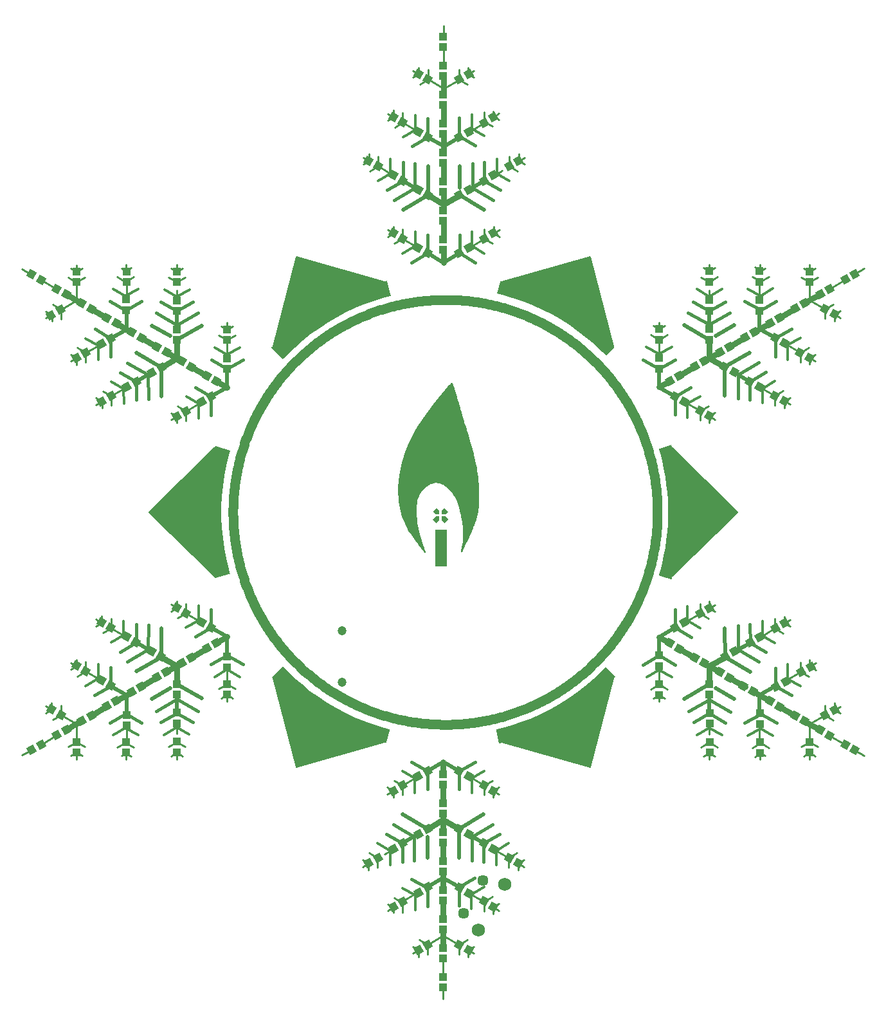
<source format=gts>
G04*
G04 #@! TF.GenerationSoftware,Altium Limited,Altium Designer,18.1.9 (240)*
G04*
G04 Layer_Color=8388736*
%FSLAX25Y25*%
%MOIN*%
G70*
G01*
G75*
%ADD10C,0.01000*%
%ADD16C,0.05000*%
%ADD17C,0.01500*%
%ADD18C,0.01750*%
%ADD19C,0.02000*%
%ADD20C,0.01250*%
%ADD21C,0.03000*%
G04:AMPARAMS|DCode=22|XSize=41.47mil|YSize=39.5mil|CornerRadius=0mil|HoleSize=0mil|Usage=FLASHONLY|Rotation=240.000|XOffset=0mil|YOffset=0mil|HoleType=Round|Shape=Rectangle|*
%AMROTATEDRECTD22*
4,1,4,-0.00674,0.02783,0.02747,0.00808,0.00674,-0.02783,-0.02747,-0.00808,-0.00674,0.02783,0.0*
%
%ADD22ROTATEDRECTD22*%

G04:AMPARAMS|DCode=23|XSize=41.47mil|YSize=39.5mil|CornerRadius=0mil|HoleSize=0mil|Usage=FLASHONLY|Rotation=300.000|XOffset=0mil|YOffset=0mil|HoleType=Round|Shape=Rectangle|*
%AMROTATEDRECTD23*
4,1,4,-0.02747,0.00808,0.00674,0.02783,0.02747,-0.00808,-0.00674,-0.02783,-0.02747,0.00808,0.0*
%
%ADD23ROTATEDRECTD23*%

%ADD24R,0.04147X0.03950*%
%ADD25C,0.01194*%
%ADD26C,0.04737*%
%ADD27C,0.05721*%
%ADD28C,0.06902*%
%ADD29C,0.06800*%
G36*
X339081Y394637D02*
X350850Y348520D01*
X350876Y348467D01*
X350887Y348409D01*
X350943Y348327D01*
X350986Y348237D01*
X351007Y348218D01*
X351062Y348149D01*
X351102Y347778D01*
X351087Y347668D01*
X351049Y347565D01*
X351046Y347559D01*
X346936Y343566D01*
X345001Y345511D01*
X340995Y349262D01*
X336817Y352821D01*
X332476Y356178D01*
X327981Y359327D01*
X323343Y362260D01*
X318572Y364971D01*
X313678Y367454D01*
X308672Y369704D01*
X303566Y371715D01*
X298371Y373483D01*
X293098Y375004D01*
X290436Y375671D01*
X291877Y381723D01*
X291883Y381732D01*
X291943Y381807D01*
X292031Y381877D01*
X292367Y382033D01*
X292461Y382021D01*
X292486Y382013D01*
X292585Y382021D01*
X292684Y382014D01*
X292740Y382033D01*
X292798Y382037D01*
X338623Y394900D01*
X339081Y394637D01*
D02*
G37*
G36*
X232136Y382037D02*
X232194Y382033D01*
X232250Y382014D01*
X232349Y382021D01*
X232448Y382013D01*
X232504Y382031D01*
X232562Y382035D01*
X232651Y382079D01*
X232746Y382110D01*
X232791Y382148D01*
X232843Y382174D01*
X232908Y382249D01*
X232919Y382258D01*
X232965Y382272D01*
X233006Y382278D01*
X233279Y382245D01*
X233408Y382214D01*
X233418Y382210D01*
X233465Y382185D01*
X235166Y375524D01*
X235278Y375071D01*
X235213Y374598D01*
X235153Y374522D01*
X235014Y374430D01*
X234933Y374410D01*
X232323Y373711D01*
X227156Y372131D01*
X222068Y370311D01*
X217071Y368256D01*
X212176Y365968D01*
X207393Y363455D01*
X202733Y360720D01*
X198206Y357771D01*
X193822Y354613D01*
X189590Y351253D01*
X185520Y347700D01*
X181621Y343959D01*
X180083Y342378D01*
X179737Y342022D01*
X179734Y342020D01*
X179429Y341908D01*
X179300Y341861D01*
X179286Y341861D01*
X179099Y341932D01*
X179026Y342001D01*
X173294Y347443D01*
X173295Y347486D01*
X173296Y347489D01*
X173344Y347655D01*
X173438Y347882D01*
X173465Y347917D01*
X173501Y347952D01*
X173514Y347957D01*
X173612Y347976D01*
X173661Y348008D01*
X173716Y348028D01*
X173790Y348094D01*
X173873Y348149D01*
X173905Y348198D01*
X173949Y348237D01*
X173992Y348327D01*
X174047Y348409D01*
X174059Y348467D01*
X174084Y348520D01*
X185854Y394636D01*
X186311Y394900D01*
X232136Y382037D01*
D02*
G37*
G36*
X265062Y262857D02*
X263670Y261466D01*
X261721D01*
Y263414D01*
X263113Y264806D01*
X265062Y262857D01*
D02*
G37*
G36*
X260463Y263414D02*
Y261466D01*
X258514D01*
X257122Y262857D01*
X259071Y264806D01*
X260463Y263414D01*
D02*
G37*
G36*
X265062Y258815D02*
X263113Y256867D01*
X261721Y258259D01*
Y260207D01*
X263670D01*
X265062Y258815D01*
D02*
G37*
G36*
X260463Y258259D02*
X259071Y256867D01*
X257122Y258815D01*
X258514Y260207D01*
X260463D01*
Y258259D01*
D02*
G37*
G36*
X267005Y329446D02*
X267152Y329351D01*
X267265Y329218D01*
X267406Y328902D01*
X267606Y328428D01*
X267799Y327950D01*
X267910Y327660D01*
X268070Y327226D01*
X268070Y327226D01*
X268227Y326791D01*
X268483Y326050D01*
X268743Y325261D01*
X268991Y324469D01*
X269110Y324071D01*
X269326Y323347D01*
X269754Y321900D01*
X270177Y320451D01*
X270597Y319001D01*
X270805Y318275D01*
X270805D01*
X270805Y318275D01*
X270939Y317806D01*
X271209Y316868D01*
X271481Y315931D01*
X271754Y314995D01*
X271891Y314526D01*
X271891D01*
X271891Y314526D01*
X272066Y313933D01*
X272415Y312747D01*
X272765Y311561D01*
X273116Y310375D01*
X273292Y309782D01*
X273474Y309168D01*
X273840Y307940D01*
X274207Y306712D01*
X274574Y305484D01*
X274758Y304871D01*
X274758D01*
X274921Y304331D01*
X275246Y303253D01*
X275572Y302175D01*
X275900Y301097D01*
X276064Y300558D01*
X276064Y300558D01*
X276064Y300558D01*
X276391Y299490D01*
X277020Y297348D01*
X277625Y295198D01*
X278207Y293042D01*
X278487Y291961D01*
X278487D01*
X278712Y291090D01*
X279126Y289339D01*
X279503Y287580D01*
X279845Y285814D01*
X279997Y284928D01*
X279997Y284928D01*
X279997Y284928D01*
X280137Y284114D01*
X280379Y282481D01*
X280583Y280843D01*
X280749Y279201D01*
X280813Y278378D01*
X280813Y278378D01*
X280813Y278378D01*
X280881Y277498D01*
X280984Y275736D01*
X281053Y273973D01*
X281089Y272209D01*
X281090Y271326D01*
X281090D01*
X281091Y270778D01*
X281085Y269682D01*
X281071Y268586D01*
X281049Y267490D01*
X281034Y266943D01*
X281034D01*
Y266943D01*
X281034D01*
X281034Y266941D01*
X281018Y266449D01*
X280988Y265863D01*
X280935Y265145D01*
X280876Y264547D01*
X280821Y264070D01*
X280759Y263596D01*
X280685Y263109D01*
X280570Y262472D01*
X280438Y261839D01*
X280267Y261128D01*
X280066Y260338D01*
X279854Y259551D01*
X279645Y258822D01*
X279512Y258377D01*
X279512D01*
X279512Y258377D01*
X279345Y257821D01*
X278980Y256718D01*
X278586Y255626D01*
X278162Y254543D01*
X277936Y254008D01*
X277742Y253548D01*
X277616Y253250D01*
X276961Y251739D01*
X276291Y250235D01*
X275606Y248738D01*
X275257Y247992D01*
X274892Y247216D01*
X274160Y245665D01*
X273422Y244115D01*
X272680Y242569D01*
X272515Y242227D01*
X272348Y241883D01*
X272027Y241796D01*
X271972Y241821D01*
X271634Y242115D01*
X271638Y242168D01*
X271657Y242351D01*
X271678Y242534D01*
X271689Y242626D01*
X271689D01*
X271703Y242738D01*
X271734Y242961D01*
X271769Y243183D01*
X271807Y243406D01*
X271851Y243643D01*
X271901Y243896D01*
X271954Y244148D01*
X272009Y244400D01*
X272038Y244526D01*
X272227Y245410D01*
X272519Y247194D01*
X272696Y248993D01*
X272757Y250800D01*
X272743Y251705D01*
X272700Y252759D01*
X272549Y254863D01*
X272313Y256960D01*
X271992Y259045D01*
X271799Y260082D01*
X271799Y260082D01*
X271593Y261079D01*
X271120Y263059D01*
X270566Y265017D01*
X269932Y266951D01*
X269585Y267908D01*
X269585Y267908D01*
X269585Y267908D01*
X269293Y268640D01*
X268614Y270061D01*
X267814Y271417D01*
X266898Y272698D01*
X266399Y273308D01*
X266057Y273695D01*
X265340Y274437D01*
X264578Y275134D01*
X263775Y275784D01*
X263360Y276090D01*
X263004Y276330D01*
X262258Y276751D01*
X261471Y277092D01*
X260653Y277348D01*
X260235Y277444D01*
X259842Y277511D01*
X259048Y277575D01*
X258251Y277545D01*
X257463Y277422D01*
X257076Y277326D01*
X256657Y277198D01*
X255836Y276888D01*
X255047Y276507D01*
X254294Y276058D01*
X253933Y275808D01*
X253467Y275452D01*
X252594Y274671D01*
X251806Y273804D01*
X251111Y272861D01*
X250800Y272364D01*
X250492Y271815D01*
X249946Y270681D01*
X249495Y269506D01*
X249144Y268298D01*
X249007Y267683D01*
X249007Y267683D01*
X249007Y267683D01*
X248870Y266946D01*
X248670Y265459D01*
X248569Y263962D01*
X248567Y262462D01*
X248603Y261713D01*
X248671Y260796D01*
X248856Y258965D01*
X249107Y257143D01*
X249424Y255331D01*
X249607Y254430D01*
X249677Y254103D01*
X249822Y253450D01*
X249972Y252798D01*
X250129Y252148D01*
X250209Y251823D01*
X250296Y251477D01*
X250474Y250786D01*
X250657Y250096D01*
X250816Y249513D01*
X250845Y249408D01*
X250940Y249064D01*
X250941Y249064D01*
X251030Y248749D01*
X251068Y248617D01*
X251212Y248119D01*
X251398Y247491D01*
X251589Y246864D01*
X251687Y246551D01*
X251687D01*
X251758Y246327D01*
X251907Y245881D01*
X252065Y245438D01*
X252231Y244999D01*
X252317Y244780D01*
X252317Y244780D01*
X252318Y244779D01*
X252501Y244315D01*
X252519Y244271D01*
X252649Y243930D01*
X252680Y243850D01*
X252841Y243417D01*
X252998Y242982D01*
X253000Y242975D01*
X253101Y242679D01*
X253103Y242674D01*
X253247Y242233D01*
X253247Y242233D01*
X253385Y241791D01*
X253400Y241742D01*
X252964Y241480D01*
X252713Y241768D01*
X252656Y241833D01*
X252337Y242201D01*
X252336D01*
X252020Y242570D01*
X251894Y242717D01*
X251604Y243065D01*
X251478Y243218D01*
X251175Y243590D01*
X251174Y243592D01*
X251174Y243592D01*
X250872Y243967D01*
X250667Y244224D01*
X250333Y244647D01*
X250000Y245073D01*
X249835Y245286D01*
X249835Y245286D01*
X249189Y246121D01*
X247932Y247818D01*
X246712Y249541D01*
X245527Y251289D01*
X244506Y252867D01*
X243672Y254288D01*
X242901Y255743D01*
X242194Y257231D01*
X241579Y258688D01*
X241058Y260112D01*
X240608Y261560D01*
X240230Y263029D01*
X239906Y264601D01*
X239624Y266273D01*
X239400Y267953D01*
X239237Y269639D01*
X239184Y270485D01*
X239184Y270485D01*
X239087Y272076D01*
X239084Y275264D01*
X239276Y278447D01*
X239660Y281611D01*
X240248Y284814D01*
X241022Y288046D01*
X241969Y291232D01*
X243085Y294363D01*
X243726Y295896D01*
X244451Y297631D01*
X246059Y301029D01*
X247822Y304350D01*
X249736Y307586D01*
X250767Y309159D01*
Y309159D01*
X251990Y311026D01*
X254540Y314691D01*
X257189Y318284D01*
X259937Y321803D01*
X261359Y323523D01*
X261359Y323523D01*
X261597Y323812D01*
X262076Y324386D01*
X262557Y324958D01*
X263040Y325528D01*
X263283Y325813D01*
X263492Y326056D01*
X263913Y326541D01*
X264336Y327024D01*
X264763Y327503D01*
X265163Y327945D01*
X265532Y328353D01*
X265903Y328760D01*
X266275Y329166D01*
X266489Y329399D01*
X266555Y329446D01*
X266629Y329479D01*
X266709Y329496D01*
X266837D01*
X267005Y329446D01*
D02*
G37*
G36*
X264396Y234417D02*
X258491D01*
Y253314D01*
X264396D01*
Y234417D01*
D02*
G37*
G36*
X151917Y294500D02*
X151202Y291894D01*
X149956Y286635D01*
X148955Y281323D01*
X148203Y275971D01*
X147701Y270590D01*
X147450Y265191D01*
X147451Y259786D01*
X147703Y254387D01*
X148206Y249006D01*
X148959Y243654D01*
X149960Y238343D01*
X151208Y233084D01*
X151791Y230960D01*
X151923Y230478D01*
X151477Y230347D01*
X144487Y228306D01*
X144477Y228307D01*
X144378Y228323D01*
X144274Y228364D01*
X143972Y228579D01*
X143936Y228666D01*
X143930Y228692D01*
X143874Y228774D01*
X143830Y228863D01*
X143786Y228902D01*
X143753Y228950D01*
X109700Y262203D01*
Y262732D01*
X143753Y295985D01*
X143786Y296033D01*
X143830Y296072D01*
X143874Y296161D01*
X143930Y296243D01*
X143936Y296269D01*
X143971Y296355D01*
X144272Y296572D01*
X144376Y296613D01*
X144478Y296630D01*
X144487Y296631D01*
X151917Y294500D01*
D02*
G37*
G36*
X380683Y297184D02*
X380688Y297180D01*
X380799Y297064D01*
X380953Y296863D01*
X380970Y296822D01*
X380981Y296773D01*
X380979Y296760D01*
X380947Y296666D01*
X380950Y296607D01*
X380940Y296550D01*
X380960Y296452D01*
X380966Y296353D01*
X380992Y296300D01*
X381004Y296243D01*
X381061Y296161D01*
X381104Y296072D01*
X381148Y296033D01*
X381181Y295985D01*
X415235Y262732D01*
Y262203D01*
X381181Y228950D01*
X381148Y228902D01*
X381104Y228863D01*
X381061Y228774D01*
X381004Y228692D01*
X380992Y228634D01*
X380966Y228582D01*
X380960Y228483D01*
X380940Y228385D01*
X380950Y228327D01*
X380947Y228269D01*
X380979Y228175D01*
X380981Y228161D01*
X380966Y228115D01*
X380961Y228109D01*
X380565Y227827D01*
X374865Y229416D01*
Y229416D01*
X374455Y229633D01*
X374371Y229761D01*
X374339Y229978D01*
X374370Y230084D01*
X374929Y232060D01*
X375940Y236040D01*
X376810Y240054D01*
X377536Y244096D01*
X378118Y248162D01*
X378556Y252245D01*
X378848Y256342D01*
X378994Y260447D01*
X379012Y262500D01*
X378994Y264550D01*
X378848Y268647D01*
X378557Y272736D01*
X378122Y276812D01*
X377542Y280871D01*
X376818Y284906D01*
X375951Y288913D01*
X374943Y292887D01*
X374387Y294860D01*
X374359Y294955D01*
X374380Y295154D01*
X374476Y295328D01*
X374632Y295454D01*
X374728Y295481D01*
X380644Y297208D01*
X380683Y297184D01*
D02*
G37*
G36*
X181188Y180553D02*
X185109Y176795D01*
X189201Y173223D01*
X193456Y169848D01*
X197864Y166674D01*
X202416Y163711D01*
X207101Y160963D01*
X211910Y158438D01*
X216831Y156139D01*
X221854Y154074D01*
X226969Y152246D01*
X232163Y150658D01*
X234303Y150085D01*
X234786Y149956D01*
X234671Y149504D01*
X233065Y143208D01*
X233061Y143202D01*
X232992Y143120D01*
X232905Y143052D01*
X232565Y142901D01*
X232473Y142913D01*
X232448Y142921D01*
X232349Y142914D01*
X232250Y142921D01*
X232194Y142902D01*
X232136Y142897D01*
X186311Y130034D01*
X185854Y130298D01*
X174084Y176414D01*
X174059Y176467D01*
X174047Y176524D01*
X173992Y176607D01*
X173949Y176697D01*
X173930Y176714D01*
X173872Y176790D01*
X173838Y177158D01*
X173855Y177270D01*
X173890Y177361D01*
X173895Y177370D01*
X179294Y182500D01*
X181188Y180553D01*
D02*
G37*
G36*
X346883Y182120D02*
X346996Y182010D01*
X351643Y177492D01*
X351641Y177440D01*
X351640Y177430D01*
X351600Y177297D01*
X351495Y177048D01*
X351471Y177018D01*
X351444Y176990D01*
X351427Y176980D01*
X351420Y176977D01*
X351419Y176977D01*
X351323Y176958D01*
X351274Y176926D01*
X351219Y176906D01*
X351145Y176840D01*
X351062Y176785D01*
X351029Y176736D01*
X350986Y176697D01*
X350943Y176607D01*
X350887Y176524D01*
X350876Y176467D01*
X350850Y176414D01*
X339081Y130297D01*
X338624Y130034D01*
X292798Y142897D01*
X292740Y142902D01*
X292684Y142921D01*
X292585Y142914D01*
X292486Y142921D01*
X292430Y142903D01*
X292372Y142899D01*
X292282Y142855D01*
X292188Y142824D01*
X292143Y142786D01*
X292091Y142760D01*
X292025Y142685D01*
X292015Y142676D01*
X291966Y142662D01*
X291921Y142656D01*
X291682Y142688D01*
X291509Y142731D01*
X291507Y142732D01*
X291471Y142752D01*
X289893Y149384D01*
X289870Y149481D01*
X289901Y149678D01*
X290006Y149848D01*
X290168Y149965D01*
X290265Y149988D01*
X292894Y150646D01*
X298104Y152146D01*
X303237Y153889D01*
X308283Y155871D01*
X313230Y158086D01*
X318069Y160531D01*
X322787Y163201D01*
X327376Y166088D01*
X331823Y169187D01*
X336121Y172492D01*
X340259Y175994D01*
X344229Y179686D01*
X346147Y181600D01*
X346131Y181758D01*
X346286Y182033D01*
X346571Y182171D01*
X346883Y182120D01*
D02*
G37*
D10*
X82425Y206874D02*
X85466Y205140D01*
X85484Y208640D01*
X85909Y199884D02*
X90239Y202384D01*
X90265Y207384D01*
X82435Y203390D02*
X85466Y205140D01*
X129104Y210125D02*
X129130Y215125D01*
X98354Y143384D02*
X98404Y152843D01*
X150316Y173384D02*
X150366Y182843D01*
X150316Y173384D02*
X154659Y170907D01*
X64257Y157500D02*
X64284Y162500D01*
X64257Y157500D02*
X72096Y153029D01*
X72424Y143477D02*
X72472Y152561D01*
X77038Y179943D02*
X85255Y175257D01*
X129104Y210125D02*
X137320Y205439D01*
X69234Y180949D02*
X72265Y182699D01*
X69225Y184433D02*
X72265Y182699D01*
X72318Y138026D02*
X75358Y136292D01*
X72299Y134526D02*
X72318Y138026D01*
X97712Y143135D02*
X102055Y140658D01*
X124285Y143414D02*
X128629Y140937D01*
X124308Y147651D02*
X124325Y150947D01*
X72265Y182699D02*
X72284Y186199D01*
X90239Y202384D02*
X93761Y200375D01*
X121299Y211131D02*
X124330Y212881D01*
X124349Y216381D01*
X121290Y214615D02*
X124330Y212881D01*
X121254Y136152D02*
X124285Y137902D01*
X127326Y136168D01*
X124267Y134402D02*
X124285Y137902D01*
X119955Y140914D02*
X124285Y143414D01*
X98073Y134343D02*
X98090Y137408D01*
X95520Y136358D02*
X97712Y137624D01*
X93382Y140636D02*
X97712Y143135D01*
X145986Y170884D02*
X150316Y173384D01*
X69287Y136276D02*
X72318Y138026D01*
X67988Y141038D02*
X72318Y143538D01*
X72477Y143448D02*
X76661Y141061D01*
X53866Y142193D02*
X62083Y146937D01*
X59927Y155000D02*
X64257Y157500D01*
X56453Y158506D02*
X59484Y160256D01*
X72708Y177443D02*
X77038Y179943D01*
X124774Y207625D02*
X129104Y210125D01*
X98090Y137408D02*
X100752Y135890D01*
X147285Y166123D02*
X150316Y167873D01*
X153356Y166139D01*
X150297Y164373D02*
X150316Y167873D01*
X44118Y136565D02*
X48615Y139161D01*
X56443Y161990D02*
X59484Y160256D01*
X59502Y163756D01*
X77038Y179943D02*
X77065Y184943D01*
X93761Y200375D02*
X96783Y198652D01*
X439281Y205003D02*
X442321Y206737D01*
X439263Y208503D02*
X439281Y205003D01*
X434508Y202248D02*
X438838Y199748D01*
X434481Y207247D02*
X434508Y202248D01*
X439281Y205003D02*
X442312Y203254D01*
X395617Y214989D02*
X395643Y209989D01*
X426342Y152707D02*
X426392Y143248D01*
X374381Y182707D02*
X374431Y173248D01*
X370088Y170771D02*
X374431Y173248D01*
X460463Y162363D02*
X460490Y157363D01*
X452651Y152893D02*
X460490Y157363D01*
X452275Y152425D02*
X452322Y143341D01*
X439492Y175121D02*
X447708Y179807D01*
X387426Y205303D02*
X395643Y209989D01*
X452482Y182563D02*
X455513Y180813D01*
X452482Y182563D02*
X455522Y184297D01*
X449389Y136156D02*
X452429Y137890D01*
X452448Y134390D01*
X422692Y140522D02*
X427035Y142999D01*
X396118Y140801D02*
X400461Y143278D01*
X400422Y150811D02*
X400439Y147515D01*
X452463Y186063D02*
X452482Y182563D01*
X430986Y200239D02*
X434508Y202248D01*
X400416Y212745D02*
X403447Y210995D01*
X400398Y216245D02*
X400416Y212745D01*
X403457Y214479D01*
X400461Y137766D02*
X403493Y136016D01*
X397421Y136032D02*
X400461Y137766D01*
X400480Y134266D01*
X400461Y143278D02*
X404792Y140778D01*
X426657Y137272D02*
X426673Y134207D01*
X427035Y137488D02*
X429227Y136222D01*
X427035Y142999D02*
X431365Y140499D01*
X374431Y173248D02*
X378761Y170748D01*
X452429Y137890D02*
X455460Y136140D01*
X452429Y143402D02*
X456759Y140902D01*
X448086Y140925D02*
X452270Y143312D01*
X462664Y146801D02*
X470881Y142057D01*
X460490Y157363D02*
X464820Y154864D01*
X465263Y160119D02*
X468294Y158369D01*
X447708Y179807D02*
X452038Y177307D01*
X395643Y209989D02*
X399973Y207489D01*
X423995Y135754D02*
X426657Y137272D01*
X374431Y167736D02*
X377462Y165986D01*
X371391Y166003D02*
X374431Y167736D01*
X374449Y164236D01*
X476132Y139025D02*
X480629Y136428D01*
X465263Y160119D02*
X468303Y161853D01*
X465245Y163619D02*
X465263Y160119D01*
X447682Y184807D02*
X447708Y179807D01*
X427964Y198515D02*
X430986Y200239D01*
X439247Y319990D02*
X442287Y318256D01*
X439229Y316490D02*
X439247Y319990D01*
X434474Y322746D02*
X438804Y325246D01*
X434447Y317746D02*
X434474Y322746D01*
X439247Y319990D02*
X442278Y321740D01*
X395583Y310004D02*
X395609Y315004D01*
X426309Y372286D02*
X426359Y381745D01*
X374347Y342286D02*
X374397Y351745D01*
X370054Y354222D02*
X374397Y351745D01*
X460429Y362630D02*
X460456Y367630D01*
X452617Y372100D02*
X460456Y367630D01*
X452241Y372568D02*
X452289Y381652D01*
X439458Y349873D02*
X447675Y345187D01*
X387393Y319690D02*
X395609Y315004D01*
X452448Y342431D02*
X455479Y344181D01*
X452448Y342431D02*
X455488Y340697D01*
X449355Y388837D02*
X452395Y387103D01*
X452414Y390603D01*
X422658Y384471D02*
X427001Y381994D01*
X396084Y384193D02*
X400428Y381715D01*
X400388Y374182D02*
X400405Y377478D01*
X452429Y338931D02*
X452448Y342431D01*
X430952Y324754D02*
X434474Y322746D01*
X400383Y312248D02*
X403414Y313999D01*
X400364Y308749D02*
X400383Y312248D01*
X403423Y310515D01*
X400428Y387227D02*
X403459Y388977D01*
X397387Y388961D02*
X400428Y387227D01*
X400446Y390727D01*
X400428Y381715D02*
X404758Y384215D01*
X426623Y387721D02*
X426640Y390786D01*
X427001Y387506D02*
X429193Y388771D01*
X427001Y381994D02*
X431331Y384494D01*
X374397Y351745D02*
X378727Y354245D01*
X452395Y387103D02*
X455426Y388853D01*
X452395Y381591D02*
X456725Y384091D01*
X448052Y384068D02*
X452236Y381682D01*
X462630Y378193D02*
X470847Y382937D01*
X460456Y367630D02*
X464786Y370130D01*
X465229Y364874D02*
X468260Y366624D01*
X447675Y345187D02*
X452005Y347687D01*
X395609Y315004D02*
X399939Y317504D01*
X423961Y389240D02*
X426623Y387721D01*
X374397Y357257D02*
X377428Y359007D01*
X371357Y358991D02*
X374397Y357257D01*
X374415Y360757D01*
X476098Y385968D02*
X480595Y388565D01*
X465229Y364874D02*
X468269Y363140D01*
X465211Y361374D02*
X465229Y364874D01*
X447648Y340187D02*
X447675Y345187D01*
X427930Y326478D02*
X430952Y324754D01*
X82459Y318120D02*
X85500Y319854D01*
X85518Y316354D01*
X85943Y325110D02*
X90273Y322609D01*
X90299Y317610D01*
X82468Y321604D02*
X85500Y319854D01*
X129138Y314868D02*
X129164Y309868D01*
X98388Y381609D02*
X98438Y372150D01*
X150350Y351609D02*
X150400Y342150D01*
X150350Y351609D02*
X154693Y354086D01*
X64291Y367494D02*
X64317Y362494D01*
X64291Y367494D02*
X72129Y371964D01*
X72458Y381516D02*
X72506Y372432D01*
X77072Y345050D02*
X85289Y349736D01*
X129138Y314868D02*
X137354Y319554D01*
X69268Y344044D02*
X72299Y342295D01*
X69259Y340561D02*
X72299Y342295D01*
X72352Y386967D02*
X75392Y388701D01*
X72333Y390467D02*
X72352Y386967D01*
X97746Y381858D02*
X102089Y384335D01*
X124319Y381579D02*
X128662Y384056D01*
X124341Y377342D02*
X124359Y374046D01*
X72299Y342295D02*
X72317Y338795D01*
X90273Y322609D02*
X93795Y324618D01*
X121333Y313862D02*
X124364Y312112D01*
X124383Y308612D01*
X121324Y310378D02*
X124364Y312112D01*
X121288Y388841D02*
X124319Y387091D01*
X127359Y388825D01*
X124301Y390591D02*
X124319Y387091D01*
X119989Y384079D02*
X124319Y381579D01*
X98107Y390650D02*
X98124Y387585D01*
X95553Y388635D02*
X97746Y387369D01*
X93415Y384358D02*
X97746Y381858D01*
X146020Y354109D02*
X150350Y351609D01*
X69321Y388717D02*
X72352Y386967D01*
X68022Y383955D02*
X72352Y381455D01*
X72510Y381546D02*
X76695Y383932D01*
X53900Y382801D02*
X62117Y378057D01*
X59961Y369994D02*
X64291Y367494D01*
X56486Y366488D02*
X59518Y364738D01*
X72742Y347550D02*
X77072Y345050D01*
X124808Y317368D02*
X129138Y314868D01*
X98124Y387585D02*
X100786Y389104D01*
X147319Y358871D02*
X150350Y357121D01*
X153390Y358855D01*
X150331Y360621D02*
X150350Y357121D01*
X44152Y388428D02*
X48649Y385832D01*
X56477Y363004D02*
X59518Y364738D01*
X59536Y361238D01*
X77072Y345050D02*
X77099Y340051D01*
X93795Y324618D02*
X96817Y326342D01*
X289936Y87152D02*
X292940Y85397D01*
X283606Y60699D02*
X287923Y63222D01*
X275334Y35653D02*
X278356Y37418D01*
X275334Y35653D02*
X278356Y33887D01*
X262500Y10500D02*
Y15693D01*
X233493Y116358D02*
X236514Y118124D01*
X233493Y119890D02*
X236514Y118124D01*
Y114624D02*
Y118124D01*
X233598Y59209D02*
X236245Y57662D01*
X283712Y115880D02*
Y120880D01*
X283606Y55699D02*
Y60699D01*
X275334Y32153D02*
Y35653D01*
X270561Y33408D02*
Y38408D01*
X262500Y21756D02*
Y31244D01*
X250122Y40931D02*
X254282Y38501D01*
X254439Y33408D02*
Y38408D01*
X249666Y32153D02*
Y35653D01*
X241288Y115880D02*
Y120880D01*
X241394Y55199D02*
Y60199D01*
X236620Y54912D02*
Y57443D01*
X233598Y56116D02*
X236245Y57662D01*
X228348Y78351D02*
Y83351D01*
X220553Y78830D02*
X223575Y80596D01*
X220553Y82362D02*
X223575Y80596D01*
Y77096D02*
Y80596D01*
X288486Y118124D02*
X291507Y116358D01*
X288486Y118124D02*
X291507Y119890D01*
X288486Y114624D02*
Y118124D01*
X292940Y85397D02*
X296440Y83351D01*
X288380Y57943D02*
X291402Y59709D01*
X232006Y85489D02*
X234852Y87152D01*
X224031Y85874D02*
X228348Y83351D01*
X237077Y62722D02*
X241394Y60199D01*
X246644Y33887D02*
X249666Y35653D01*
X246644Y37418D02*
X249666Y35653D01*
X288380Y57943D02*
X291402Y56177D01*
X288380Y54443D02*
Y57943D01*
X275546Y125653D02*
X283712Y120880D01*
X275440Y65472D02*
X283606Y60699D01*
X254333Y38470D02*
X262176Y43054D01*
X262770Y42961D02*
X270561Y38408D01*
X274878Y40931D01*
X236971Y123403D02*
X241288Y120880D01*
X249454Y125653D01*
X241288Y60880D02*
X249454Y65653D01*
X283712Y120880D02*
X288029Y123403D01*
X301214Y77096D02*
Y80596D01*
X296440Y83351D02*
X300757Y85874D01*
X296440Y78351D02*
Y83351D01*
X301214Y80596D02*
X304236Y82362D01*
X301214Y80596D02*
X304236Y78830D01*
X220870Y446170D02*
X223892Y444404D01*
X220870Y442638D02*
X223892Y444404D01*
X228665Y441648D02*
Y446649D01*
X224348Y439126D02*
X228665Y441648D01*
X223892Y444404D02*
Y447904D01*
X237077Y401597D02*
X241394Y404120D01*
X275652Y459347D02*
X283818Y464120D01*
X275652Y399347D02*
X283818Y404120D01*
X288135Y401597D01*
X250228Y484069D02*
X254545Y486592D01*
X262336Y482038D01*
X262929Y481946D02*
X270772Y486530D01*
X241499Y464301D02*
X249666Y459528D01*
X241394Y404120D02*
X249560Y399347D01*
X236726Y467057D02*
Y470557D01*
X233704Y468823D02*
X236726Y467057D01*
X275440Y489348D02*
X278462Y487581D01*
X275440Y489348D02*
X278462Y491114D01*
X283712Y464801D02*
X288029Y462278D01*
X296758Y441648D02*
X301075Y439126D01*
X290254Y437848D02*
X293100Y439511D01*
X233704Y465291D02*
X236726Y467057D01*
X228665Y441648D02*
X232166Y439603D01*
X236620Y406876D02*
Y410376D01*
X233598Y405110D02*
X236620Y406876D01*
X233598Y408642D02*
X236620Y406876D01*
X301531Y444404D02*
Y447904D01*
Y444404D02*
X304553Y442638D01*
X301531Y444404D02*
X304553Y446170D01*
X296758Y441648D02*
Y446649D01*
X288861Y467338D02*
X291507Y468884D01*
X288486Y467557D02*
Y470088D01*
X283712Y464801D02*
Y469801D01*
X283818Y404120D02*
Y409120D01*
X275440Y489348D02*
Y492847D01*
X270667Y486592D02*
Y491592D01*
X270824Y486499D02*
X274983Y484069D01*
X262606Y493756D02*
Y503244D01*
X254545Y486592D02*
Y491592D01*
X249772Y489348D02*
Y492847D01*
X241499Y464301D02*
Y469301D01*
X241394Y404120D02*
Y409120D01*
X288861Y467338D02*
X291507Y465791D01*
X288591Y406876D02*
Y410376D01*
Y406876D02*
X291613Y405110D01*
X288591Y406876D02*
X291613Y408642D01*
X262606Y509307D02*
Y514500D01*
X246750Y491114D02*
X249772Y489348D01*
X246750Y487581D02*
X249772Y489348D01*
X237183Y461778D02*
X241499Y464301D01*
X232166Y439603D02*
X235170Y437848D01*
D16*
X373500Y262500D02*
X373495Y263500D01*
X373482Y264500D01*
X373459Y265500D01*
X373427Y266500D01*
X373386Y267499D01*
X373336Y268498D01*
X373277Y269497D01*
X373209Y270495D01*
X373132Y271492D01*
X373046Y272488D01*
X372950Y273484D01*
X372846Y274479D01*
X372732Y275473D01*
X372610Y276465D01*
X372478Y277457D01*
X372338Y278447D01*
X372188Y279436D01*
X372030Y280424D01*
X371863Y281410D01*
X371686Y282394D01*
X371501Y283377D01*
X371306Y284358D01*
X371103Y285338D01*
X370891Y286315D01*
X370670Y287291D01*
X370440Y288264D01*
X370201Y289235D01*
X369954Y290205D01*
X369698Y291171D01*
X369433Y292136D01*
X369159Y293098D01*
X368876Y294057D01*
X368585Y295014D01*
X368285Y295968D01*
X367976Y296920D01*
X367659Y297868D01*
X367333Y298814D01*
X366999Y299757D01*
X366655Y300696D01*
X366304Y301632D01*
X365944Y302566D01*
X365575Y303495D01*
X365198Y304422D01*
X364813Y305345D01*
X364419Y306264D01*
X364017Y307180D01*
X363607Y308092D01*
X363188Y309001D01*
X362761Y309905D01*
X362326Y310806D01*
X361883Y311702D01*
X361431Y312595D01*
X360972Y313483D01*
X360504Y314367D01*
X360028Y315247D01*
X359545Y316123D01*
X359053Y316994D01*
X358554Y317861D01*
X358046Y318723D01*
X357531Y319580D01*
X357008Y320433D01*
X356478Y321280D01*
X355939Y322123D01*
X355394Y322961D01*
X354840Y323795D01*
X354279Y324623D01*
X353710Y325445D01*
X353134Y326263D01*
X352551Y327076D01*
X351960Y327883D01*
X351362Y328684D01*
X350756Y329480D01*
X350144Y330271D01*
X349524Y331056D01*
X348897Y331835D01*
X348263Y332609D01*
X347622Y333377D01*
X346974Y334139D01*
X346319Y334895D01*
X345657Y335645D01*
X344989Y336389D01*
X344314Y337127D01*
X343632Y337859D01*
X342943Y338584D01*
X342248Y339303D01*
X341547Y340016D01*
X340838Y340723D01*
X340124Y341423D01*
X339403Y342116D01*
X338676Y342803D01*
X337943Y343483D01*
X337203Y344157D01*
X336458Y344824D01*
X335706Y345483D01*
X334949Y346137D01*
X334185Y346783D01*
X333416Y347422D01*
X332641Y348054D01*
X331860Y348679D01*
X331074Y349297D01*
X330282Y349908D01*
X329484Y350512D01*
X328681Y351108D01*
X327873Y351697D01*
X327059Y352279D01*
X326240Y352853D01*
X325416Y353420D01*
X324587Y353979D01*
X323752Y354531D01*
X322913Y355075D01*
X322069Y355611D01*
X321220Y356140D01*
X320366Y356661D01*
X319507Y357174D01*
X318644Y357679D01*
X317776Y358177D01*
X316904Y358666D01*
X316028Y359148D01*
X315147Y359622D01*
X314262Y360087D01*
X313372Y360545D01*
X312478Y360994D01*
X311581Y361436D01*
X310679Y361869D01*
X309774Y362294D01*
X308864Y362710D01*
X307951Y363118D01*
X307035Y363519D01*
X306114Y363910D01*
X305190Y364293D01*
X304263Y364668D01*
X303332Y365035D01*
X302399Y365393D01*
X301461Y365742D01*
X300521Y366083D01*
X299578Y366415D01*
X298631Y366739D01*
X297682Y367054D01*
X296730Y367361D01*
X295775Y367658D01*
X294818Y367948D01*
X293858Y368228D01*
X292895Y368500D01*
X291930Y368763D01*
X290963Y369017D01*
X289993Y369262D01*
X289021Y369498D01*
X288047Y369726D01*
X287071Y369945D01*
X286093Y370155D01*
X285113Y370356D01*
X284132Y370548D01*
X283148Y370731D01*
X282164Y370905D01*
X281177Y371070D01*
X280189Y371227D01*
X279200Y371374D01*
X278209Y371512D01*
X277217Y371641D01*
X276224Y371762D01*
X275230Y371873D01*
X274235Y371975D01*
X273239Y372068D01*
X272243Y372152D01*
X271245Y372227D01*
X270247Y372293D01*
X269249Y372350D01*
X268250Y372397D01*
X267250Y372436D01*
X266250Y372466D01*
X265250Y372486D01*
X264250Y372497D01*
X263250Y372500D01*
X262250Y372493D01*
X261250Y372477D01*
X260250Y372452D01*
X259250Y372418D01*
X258251Y372375D01*
X257252Y372322D01*
X256254Y372261D01*
X255256Y372191D01*
X254259Y372111D01*
X253263Y372023D01*
X252268Y371925D01*
X251273Y371818D01*
X250279Y371703D01*
X249287Y371578D01*
X248296Y371444D01*
X247306Y371301D01*
X246317Y371150D01*
X245330Y370989D01*
X244344Y370819D01*
X243360Y370641D01*
X242378Y370453D01*
X241397Y370256D01*
X240418Y370051D01*
X239441Y369837D01*
X238466Y369614D01*
X237493Y369381D01*
X236523Y369141D01*
X235554Y368891D01*
X234588Y368632D01*
X233624Y368365D01*
X232663Y368089D01*
X231704Y367804D01*
X230748Y367511D01*
X229794Y367209D01*
X228843Y366898D01*
X227895Y366578D01*
X226951Y366250D01*
X226009Y365914D01*
X225070Y365569D01*
X224134Y365215D01*
X223202Y364853D01*
X222273Y364482D01*
X221347Y364103D01*
X220425Y363716D01*
X219507Y363320D01*
X218592Y362915D01*
X217681Y362503D01*
X216773Y362082D01*
X215870Y361653D01*
X214970Y361216D01*
X214075Y360771D01*
X213183Y360317D01*
X212296Y359856D01*
X211413Y359386D01*
X210534Y358909D01*
X209660Y358423D01*
X208789Y357929D01*
X207924Y357428D01*
X207063Y356919D01*
X206207Y356402D01*
X205356Y355877D01*
X204509Y355344D01*
X203667Y354804D01*
X202830Y354256D01*
X201998Y353701D01*
X201172Y353138D01*
X200350Y352567D01*
X199534Y351989D01*
X198723Y351404D01*
X197917Y350811D01*
X197117Y350211D01*
X196322Y349604D01*
X195533Y348990D01*
X194749Y348368D01*
X193971Y347739D01*
X193199Y347104D01*
X192433Y346461D01*
X191672Y345811D01*
X190918Y345155D01*
X190169Y344491D01*
X189427Y343821D01*
X188690Y343144D01*
X187960Y342461D01*
X187236Y341771D01*
X186519Y341074D01*
X185807Y340371D01*
X185102Y339661D01*
X184404Y338945D01*
X183712Y338223D01*
X183027Y337494D01*
X182348Y336759D01*
X181677Y336018D01*
X181011Y335271D01*
X180353Y334518D01*
X179702Y333759D01*
X179057Y332994D01*
X178420Y332224D01*
X177789Y331447D01*
X177166Y330665D01*
X176550Y329877D01*
X175941Y329084D01*
X175339Y328285D01*
X174744Y327480D01*
X174157Y326671D01*
X173577Y325856D01*
X173005Y325035D01*
X172440Y324210D01*
X171883Y323379D01*
X171333Y322544D01*
X170791Y321703D01*
X170256Y320858D01*
X169730Y320008D01*
X169211Y319153D01*
X168699Y318293D01*
X168196Y317429D01*
X167701Y316560D01*
X167213Y315686D01*
X166733Y314809D01*
X166262Y313927D01*
X165798Y313040D01*
X165343Y312150D01*
X164895Y311255D01*
X164456Y310357D01*
X164025Y309454D01*
X163602Y308548D01*
X163188Y307638D01*
X162781Y306724D01*
X162383Y305806D01*
X161994Y304885D01*
X161612Y303960D01*
X161240Y303032D01*
X160875Y302100D01*
X160520Y301166D01*
X160172Y300228D01*
X159834Y299287D01*
X159503Y298342D01*
X159182Y297395D01*
X158869Y296445D01*
X158564Y295493D01*
X158269Y294537D01*
X157982Y293579D01*
X157703Y292618D01*
X157434Y291655D01*
X157173Y290689D01*
X156921Y289721D01*
X156678Y288751D01*
X156444Y287779D01*
X156219Y286804D01*
X156002Y285828D01*
X155794Y284849D01*
X155596Y283869D01*
X155406Y282887D01*
X155225Y281903D01*
X155053Y280918D01*
X154890Y279931D01*
X154736Y278943D01*
X154591Y277953D01*
X154455Y276962D01*
X154328Y275970D01*
X154210Y274977D01*
X154101Y273983D01*
X154001Y272988D01*
X153910Y271991D01*
X153829Y270995D01*
X153756Y269997D01*
X153692Y268999D01*
X153638Y268000D01*
X153592Y267001D01*
X153556Y266002D01*
X153528Y265002D01*
X153510Y264002D01*
X153501Y263001D01*
X153501Y262001D01*
X153510Y261001D01*
X153528Y260001D01*
X153556Y259001D01*
X153592Y258002D01*
X153638Y257002D01*
X153692Y256004D01*
X153756Y255006D01*
X153828Y254008D01*
X153910Y253011D01*
X154001Y252015D01*
X154101Y251020D01*
X154210Y250026D01*
X154328Y249032D01*
X154455Y248040D01*
X154590Y247049D01*
X154736Y246060D01*
X154890Y245071D01*
X155052Y244085D01*
X155224Y243099D01*
X155405Y242115D01*
X155595Y241133D01*
X155794Y240153D01*
X156001Y239175D01*
X156218Y238198D01*
X156443Y237224D01*
X156678Y236251D01*
X156921Y235281D01*
X157173Y234313D01*
X157433Y233348D01*
X157703Y232384D01*
X157981Y231424D01*
X158268Y230466D01*
X158564Y229510D01*
X158868Y228557D01*
X159181Y227607D01*
X159502Y226660D01*
X159833Y225716D01*
X160171Y224775D01*
X160519Y223837D01*
X160874Y222902D01*
X161239Y221971D01*
X161611Y221042D01*
X161993Y220118D01*
X162382Y219197D01*
X162780Y218279D01*
X163186Y217365D01*
X163601Y216455D01*
X164024Y215548D01*
X164455Y214646D01*
X164894Y213747D01*
X165341Y212852D01*
X165797Y211962D01*
X166260Y211076D01*
X166732Y210193D01*
X167212Y209316D01*
X167699Y208442D01*
X168195Y207574D01*
X168698Y206709D01*
X169209Y205850D01*
X169728Y204995D01*
X170255Y204144D01*
X170790Y203299D01*
X171332Y202458D01*
X171881Y201623D01*
X172439Y200792D01*
X173004Y199967D01*
X173576Y199146D01*
X174156Y198331D01*
X174743Y197522D01*
X175337Y196717D01*
X175939Y195919D01*
X176548Y195125D01*
X177164Y194337D01*
X177788Y193555D01*
X178418Y192779D01*
X179056Y192008D01*
X179700Y191243D01*
X180351Y190484D01*
X181010Y189731D01*
X181675Y188984D01*
X182347Y188243D01*
X183025Y187508D01*
X183710Y186779D01*
X184402Y186057D01*
X185101Y185341D01*
X185805Y184631D01*
X186517Y183928D01*
X187234Y183231D01*
X187958Y182541D01*
X188688Y181858D01*
X189425Y181181D01*
X190167Y180510D01*
X190916Y179847D01*
X191670Y179190D01*
X192431Y178541D01*
X193197Y177898D01*
X193969Y177262D01*
X194747Y176634D01*
X195531Y176012D01*
X196320Y175398D01*
X197115Y174790D01*
X197915Y174190D01*
X198721Y173598D01*
X199532Y173012D01*
X200348Y172434D01*
X201170Y171864D01*
X201996Y171301D01*
X202828Y170745D01*
X203665Y170197D01*
X204507Y169657D01*
X205353Y169125D01*
X206205Y168600D01*
X207061Y168083D01*
X207922Y167573D01*
X208787Y167072D01*
X209657Y166578D01*
X210532Y166093D01*
X211410Y165615D01*
X212294Y165146D01*
X213181Y164684D01*
X214072Y164230D01*
X214968Y163785D01*
X215867Y163348D01*
X216771Y162919D01*
X217678Y162498D01*
X218590Y162086D01*
X219504Y161681D01*
X220423Y161285D01*
X221345Y160898D01*
X222271Y160519D01*
X223200Y160148D01*
X224132Y159786D01*
X225068Y159432D01*
X226006Y159087D01*
X226948Y158750D01*
X227893Y158422D01*
X228841Y158103D01*
X229792Y157792D01*
X230745Y157490D01*
X231701Y157196D01*
X232660Y156912D01*
X233621Y156636D01*
X234585Y156368D01*
X235551Y156110D01*
X236520Y155860D01*
X237491Y155619D01*
X238464Y155387D01*
X239439Y155164D01*
X240416Y154949D01*
X241395Y154744D01*
X242375Y154548D01*
X243358Y154360D01*
X244342Y154181D01*
X245328Y154011D01*
X246315Y153851D01*
X247304Y153699D01*
X248294Y153556D01*
X249285Y153422D01*
X250277Y153298D01*
X251271Y153182D01*
X252265Y153075D01*
X253261Y152978D01*
X254257Y152889D01*
X255254Y152810D01*
X256252Y152739D01*
X257250Y152678D01*
X258249Y152625D01*
X259248Y152582D01*
X260248Y152548D01*
X261248Y152523D01*
X262248Y152507D01*
X263248Y152500D01*
X264249Y152503D01*
X265249Y152514D01*
X266249Y152534D01*
X267249Y152564D01*
X268248Y152603D01*
X269247Y152650D01*
X270246Y152707D01*
X271244Y152773D01*
X272241Y152848D01*
X273238Y152932D01*
X274234Y153025D01*
X275229Y153127D01*
X276223Y153238D01*
X277216Y153358D01*
X278208Y153488D01*
X279198Y153626D01*
X280188Y153773D01*
X281176Y153929D01*
X282162Y154095D01*
X283147Y154269D01*
X284131Y154452D01*
X285112Y154644D01*
X286092Y154845D01*
X287070Y155055D01*
X288046Y155274D01*
X289020Y155501D01*
X289992Y155738D01*
X290962Y155983D01*
X291929Y156237D01*
X292894Y156500D01*
X293857Y156772D01*
X294817Y157052D01*
X295774Y157341D01*
X296729Y157639D01*
X297681Y157946D01*
X298631Y158261D01*
X299577Y158584D01*
X300520Y158917D01*
X301461Y159258D01*
X302398Y159607D01*
X303332Y159965D01*
X304263Y160331D01*
X305190Y160706D01*
X306114Y161090D01*
X307034Y161481D01*
X307951Y161881D01*
X308864Y162290D01*
X309773Y162706D01*
X310679Y163131D01*
X311580Y163564D01*
X312478Y164006D01*
X313372Y164455D01*
X314261Y164913D01*
X315146Y165378D01*
X316027Y165852D01*
X316904Y166333D01*
X317776Y166823D01*
X318644Y167321D01*
X319507Y167826D01*
X320366Y168339D01*
X321220Y168860D01*
X322069Y169389D01*
X322913Y169925D01*
X323752Y170469D01*
X324587Y171021D01*
X325416Y171580D01*
X326240Y172147D01*
X327059Y172721D01*
X327873Y173303D01*
X328681Y173892D01*
X329484Y174488D01*
X330282Y175092D01*
X331074Y175703D01*
X331860Y176321D01*
X332641Y176946D01*
X333416Y177578D01*
X334186Y178217D01*
X334949Y178864D01*
X335706Y179517D01*
X336458Y180177D01*
X337204Y180844D01*
X337943Y181517D01*
X338676Y182197D01*
X339404Y182884D01*
X340124Y183578D01*
X340839Y184278D01*
X341547Y184984D01*
X342248Y185697D01*
X342944Y186416D01*
X343632Y187142D01*
X344314Y187874D01*
X344989Y188611D01*
X345658Y189356D01*
X346319Y190106D01*
X346974Y190862D01*
X347622Y191624D01*
X348263Y192392D01*
X348897Y193165D01*
X349524Y193945D01*
X350144Y194730D01*
X350757Y195520D01*
X351362Y196317D01*
X351960Y197118D01*
X352551Y197925D01*
X353135Y198738D01*
X353711Y199555D01*
X354279Y200378D01*
X354840Y201206D01*
X355394Y202039D01*
X355940Y202877D01*
X356478Y203720D01*
X357009Y204568D01*
X357532Y205421D01*
X358047Y206278D01*
X358554Y207140D01*
X359054Y208007D01*
X359545Y208878D01*
X360029Y209754D01*
X360505Y210634D01*
X360972Y211518D01*
X361432Y212406D01*
X361883Y213299D01*
X362327Y214195D01*
X362762Y215096D01*
X363189Y216001D01*
X363607Y216909D01*
X364018Y217821D01*
X364420Y218737D01*
X364813Y219656D01*
X365199Y220579D01*
X365576Y221506D01*
X365944Y222436D01*
X366304Y223369D01*
X366656Y224305D01*
X366999Y225245D01*
X367334Y226188D01*
X367659Y227133D01*
X367977Y228082D01*
X368285Y229033D01*
X368585Y229988D01*
X368877Y230944D01*
X369159Y231904D01*
X369433Y232866D01*
X369698Y233830D01*
X369954Y234797D01*
X370202Y235766D01*
X370441Y236738D01*
X370671Y237711D01*
X370891Y238687D01*
X371104Y239664D01*
X371307Y240644D01*
X371501Y241625D01*
X371686Y242608D01*
X371863Y243592D01*
X372030Y244578D01*
X372189Y245566D01*
X372338Y246555D01*
X372479Y247545D01*
X372610Y248537D01*
X372733Y249530D01*
X372846Y250523D01*
X372950Y251518D01*
X373046Y252514D01*
X373132Y253510D01*
X373209Y254507D01*
X373277Y255505D01*
X373337Y256504D01*
X373386Y257503D01*
X373427Y258502D01*
X373459Y259502D01*
X373482Y260502D01*
X373496Y261502D01*
X373500Y262500D01*
D17*
X98140Y157890D02*
X105978Y153420D01*
X150366Y188355D02*
X158582Y183669D01*
X103229Y194942D02*
X103279Y204400D01*
X90028Y172501D02*
X90078Y181959D01*
X142094Y202683D02*
X142144Y212142D01*
X124335Y158384D02*
X132552Y153698D01*
X116118Y153640D02*
X124335Y158384D01*
X89545Y153362D02*
X97762Y158106D01*
X142149Y183611D02*
X150366Y188355D01*
X81811Y167757D02*
X90028Y172501D01*
X133877Y197939D02*
X142094Y202683D01*
X95012Y190198D02*
X103229Y194942D01*
X418769Y153284D02*
X426607Y157754D01*
X366164Y183533D02*
X374381Y188219D01*
X421468Y204264D02*
X421518Y194806D01*
X434669Y181823D02*
X434719Y172365D01*
X382603Y212005D02*
X382653Y202547D01*
X392195Y153562D02*
X400412Y158248D01*
X408629Y153504D01*
X426985Y157970D02*
X435202Y153226D01*
X374381Y188219D02*
X382598Y183475D01*
X434719Y172365D02*
X442936Y167621D01*
X382653Y202547D02*
X390870Y197803D01*
X421518Y194806D02*
X429735Y190061D01*
X418735Y371709D02*
X426573Y367239D01*
X366131Y341461D02*
X374347Y336774D01*
X421434Y320729D02*
X421484Y330188D01*
X434635Y343170D02*
X434685Y352629D01*
X382569Y312988D02*
X382619Y322446D01*
X392161Y371431D02*
X400378Y366745D01*
X408595Y371489D01*
X426951Y367023D02*
X435168Y371767D01*
X374347Y336774D02*
X382564Y341519D01*
X434685Y352629D02*
X442902Y357373D01*
X382619Y322446D02*
X390836Y327191D01*
X421484Y330188D02*
X429701Y334932D01*
X98173Y367103D02*
X106012Y371573D01*
X150400Y336638D02*
X158616Y341324D01*
X103263Y330051D02*
X103313Y320593D01*
X90062Y352492D02*
X90112Y343034D01*
X142128Y322310D02*
X142177Y312852D01*
X124369Y366609D02*
X132586Y371295D01*
X116152Y371353D02*
X124369Y366609D01*
X89578Y371631D02*
X97796Y366887D01*
X142183Y341382D02*
X150400Y336638D01*
X81845Y357237D02*
X90062Y352492D01*
X133910Y327054D02*
X142128Y322310D01*
X95046Y334796D02*
X103263Y330051D01*
X283501Y81392D02*
Y90880D01*
X270772Y118920D02*
Y128408D01*
X270667Y58739D02*
Y68227D01*
X254228Y118920D02*
Y128408D01*
X254333Y58239D02*
Y67727D01*
X241288Y81392D02*
Y90880D01*
X233121Y95653D02*
X241288Y90880D01*
X270772Y128408D02*
X278939Y133181D01*
X270667Y68227D02*
X278833Y73000D01*
X283501Y90880D02*
X291667Y95653D01*
X246061Y133181D02*
X254228Y128408D01*
X246167Y72500D02*
X253958Y67947D01*
X271148Y457053D02*
X278939Y452500D01*
X270878Y396592D02*
X279045Y391819D01*
X233439Y429348D02*
X241605Y434120D01*
X246273Y452000D02*
X254439Y456773D01*
X246167Y391819D02*
X254333Y396592D01*
X283818Y434120D02*
X291985Y429348D01*
X283818Y434120D02*
Y443608D01*
X270772Y457273D02*
Y466761D01*
X270878Y396592D02*
Y406080D01*
X254439Y456773D02*
Y466261D01*
X254333Y396592D02*
Y406080D01*
X241605Y434120D02*
Y443608D01*
D18*
X109461Y191387D02*
X109527Y203887D01*
X124373Y165559D02*
X135231Y159366D01*
X113548Y159309D02*
X124373Y165559D01*
X98636Y185137D02*
X109461Y191387D01*
X415220Y203751D02*
X415286Y191251D01*
X389515Y159230D02*
X400374Y165423D01*
X411199Y159173D01*
X415286Y191251D02*
X426111Y185001D01*
X415186Y321242D02*
X415252Y333742D01*
X389482Y365763D02*
X400340Y359571D01*
X411165Y365821D01*
X415252Y333742D02*
X426077Y339992D01*
X109495Y333606D02*
X109561Y321106D01*
X124407Y359434D02*
X135265Y365627D01*
X113582Y365684D02*
X124407Y359434D01*
X98670Y339856D02*
X109495Y333606D01*
X277306Y82000D02*
Y94500D01*
X247482Y82000D02*
Y94500D01*
X236690Y100807D02*
X247482Y94500D01*
X277306D02*
X288098Y100807D01*
X237007Y424193D02*
X247800Y430500D01*
X277624D02*
X288416Y424193D01*
X277624Y430500D02*
Y443000D01*
X247800Y430500D02*
Y443000D01*
D19*
X116219Y187500D02*
X116298Y202500D01*
X124385Y173355D02*
X137415Y165924D01*
X103229Y194942D02*
X106751Y192933D01*
X98404Y158355D02*
X98454Y167814D01*
X90028Y172501D02*
X98245Y167815D01*
X142094Y202683D02*
X150310Y197997D01*
X150366Y188355D02*
X150416Y197814D01*
X124335Y158384D02*
X124385Y167843D01*
X106751Y192933D02*
X109461Y191387D01*
X111395Y165855D02*
X121000Y171401D01*
X103228Y180000D02*
X116219Y187500D01*
X408449Y202363D02*
X408528Y187364D01*
X387332Y165787D02*
X400362Y173219D01*
X417996Y192797D02*
X421518Y194806D01*
X426293Y167677D02*
X426342Y158219D01*
X426502Y167678D02*
X434719Y172365D01*
X374437Y197861D02*
X382653Y202547D01*
X374331Y197677D02*
X374381Y188219D01*
X400362Y167707D02*
X400412Y158248D01*
X415286Y191251D02*
X417996Y192797D01*
X403746Y171265D02*
X413352Y165719D01*
X408528Y187364D02*
X421519Y179864D01*
X408415Y322630D02*
X408494Y337630D01*
X387298Y359206D02*
X400328Y351775D01*
X417962Y332196D02*
X421484Y330188D01*
X426259Y357316D02*
X426309Y366775D01*
X426468Y357315D02*
X434685Y352629D01*
X374403Y327133D02*
X382619Y322446D01*
X374297Y327316D02*
X374347Y336774D01*
X400328Y357286D02*
X400378Y366745D01*
X415252Y333742D02*
X417962Y332196D01*
X403713Y353729D02*
X413318Y359275D01*
X408494Y337630D02*
X421485Y345130D01*
X116253Y337494D02*
X116332Y322494D01*
X124419Y351638D02*
X137449Y359070D01*
X103263Y330051D02*
X106785Y332060D01*
X98438Y366638D02*
X98488Y357180D01*
X90062Y352492D02*
X98278Y357178D01*
X142128Y322310D02*
X150344Y326996D01*
X150400Y336638D02*
X150450Y327180D01*
X124369Y366609D02*
X124419Y357150D01*
X106785Y332060D02*
X109495Y333606D01*
X111429Y359138D02*
X121034Y353593D01*
X103262Y344994D02*
X116253Y337494D01*
X270561Y83408D02*
Y98408D01*
X254228Y83408D02*
Y94500D01*
X277306D02*
X280000Y92926D01*
X241288Y90880D02*
X249454Y95653D01*
X254228Y128408D02*
X262394Y133181D01*
X262606D02*
X270772Y128408D01*
X262500Y73000D02*
X270667Y68227D01*
X254228Y68408D02*
X262394Y73181D01*
X280000Y92926D02*
X283501Y90880D01*
X241277Y105977D02*
X254228Y98408D01*
X270561D02*
X283511Y105977D01*
X241595Y419023D02*
X254545Y426592D01*
X270878D02*
X283829Y419023D01*
X241605Y434120D02*
X245106Y432074D01*
X262712Y451819D02*
X270878Y456592D01*
X254439Y456773D02*
X262606Y452000D01*
X254333Y396592D02*
X262500Y391819D01*
X262712D02*
X270878Y396592D01*
X275652Y429348D02*
X283818Y434120D01*
X245106Y432074D02*
X247800Y430500D01*
X270878D02*
Y441592D01*
X254545Y426592D02*
Y441592D01*
D20*
X91256Y146919D02*
X97751Y150669D01*
X104266Y146953D01*
X124325Y150947D02*
X130840Y147231D01*
X83582Y176211D02*
X83622Y183711D01*
X135648Y206393D02*
X135687Y213893D01*
X96783Y198652D02*
X96823Y206151D01*
X117830Y147197D02*
X124325Y150947D01*
X150356Y180918D02*
X156871Y177202D01*
X143861Y177168D02*
X150356Y180918D01*
X77087Y172461D02*
X83582Y176211D01*
X129153Y202643D02*
X135648Y206393D01*
X90288Y194902D02*
X96783Y198652D01*
X426995Y150533D02*
X433490Y146783D01*
X420480Y146817D02*
X426995Y150533D01*
X393907Y147095D02*
X400422Y150811D01*
X441125Y183574D02*
X441164Y176075D01*
X389059Y213756D02*
X389099Y206257D01*
X427924Y206015D02*
X427964Y198515D01*
X400422Y150811D02*
X406917Y147061D01*
X367876Y177066D02*
X374391Y180781D01*
X380886Y177032D01*
X441164Y176075D02*
X447660Y172325D01*
X389099Y206257D02*
X395594Y202507D01*
X427964Y198515D02*
X434459Y194765D01*
X426961Y374461D02*
X433457Y378211D01*
X420446Y378176D02*
X426961Y374461D01*
X393873Y377898D02*
X400388Y374182D01*
X441091Y341419D02*
X441131Y348919D01*
X389026Y311237D02*
X389065Y318737D01*
X427890Y318978D02*
X427930Y326478D01*
X400388Y374182D02*
X406883Y377932D01*
X367842Y347927D02*
X374357Y344212D01*
X380852Y347962D01*
X441131Y348919D02*
X447626Y352669D01*
X389065Y318737D02*
X395560Y322487D01*
X427930Y326478D02*
X434425Y330228D01*
X91290Y378075D02*
X97785Y374324D01*
X104300Y378040D01*
X124359Y374046D02*
X130874Y377762D01*
X83616Y348783D02*
X83656Y341283D01*
X135682Y318601D02*
X135721Y311101D01*
X96817Y326342D02*
X96856Y318842D01*
X117864Y377796D02*
X124359Y374046D01*
X150390Y344076D02*
X156904Y347791D01*
X143894Y347826D02*
X150390Y344076D01*
X77121Y352533D02*
X83616Y348783D01*
X129186Y322351D02*
X135682Y318601D01*
X90322Y330092D02*
X96817Y326342D01*
X289936Y79653D02*
Y87152D01*
X277208Y117181D02*
Y124681D01*
X277102Y57000D02*
Y64500D01*
X247792Y117181D02*
Y124681D01*
X241317Y128465D02*
X247792Y124681D01*
X234852Y79653D02*
Y87152D01*
X289936D02*
X296412Y90937D01*
X277208Y124681D02*
X283683Y128465D01*
X277102Y64500D02*
X283578Y68284D01*
X228377Y90937D02*
X234852Y87152D01*
X241422Y67784D02*
X247898Y64000D01*
Y56500D02*
Y64000D01*
X277208Y461000D02*
Y468500D01*
Y461000D02*
X283683Y457216D01*
X290254Y437848D02*
X296729Y434063D01*
X241528Y456716D02*
X248004Y460500D01*
X241422Y396535D02*
X247898Y400319D01*
X228694Y434063D02*
X235170Y437848D01*
X290254D02*
Y445347D01*
X277314Y400319D02*
X283789Y396535D01*
X277314Y400319D02*
Y407819D01*
X248004Y460500D02*
Y468000D01*
X247898Y400319D02*
Y407819D01*
X235170Y437848D02*
Y445347D01*
D21*
X116219Y187500D02*
X124057Y183029D01*
X124385Y173355D02*
X124434Y182561D01*
X98245Y167815D02*
X101054Y169437D01*
X66856Y149693D02*
X71831Y152565D01*
X79847Y157193D02*
X88064Y161937D01*
X92837Y164693D02*
X98245Y167815D01*
X105827Y172193D02*
X114044Y176937D01*
X118818Y179693D02*
X123792Y182565D01*
X124329Y182874D02*
X127035Y184437D01*
X131808Y187193D02*
X140025Y191937D01*
X144799Y194693D02*
X150363Y197905D01*
X72367Y152874D02*
X75073Y154437D01*
X400690Y182893D02*
X408528Y187364D01*
X400313Y182425D02*
X400362Y173219D01*
X423693Y169301D02*
X426502Y167678D01*
X452916Y152428D02*
X457891Y149557D01*
X436683Y161801D02*
X444900Y157056D01*
X426502Y167678D02*
X431910Y164557D01*
X410702Y176801D02*
X418919Y172056D01*
X400954Y182429D02*
X405929Y179557D01*
X397712Y184301D02*
X400418Y182738D01*
X384721Y191801D02*
X392938Y187057D01*
X374384Y197769D02*
X379948Y194556D01*
X449673Y154301D02*
X452380Y152738D01*
X400656Y342100D02*
X408494Y337630D01*
X400279Y342568D02*
X400328Y351775D01*
X423659Y355693D02*
X426468Y357315D01*
X452882Y372565D02*
X457857Y375437D01*
X436649Y363193D02*
X444866Y367937D01*
X426468Y357315D02*
X431876Y360437D01*
X410668Y348193D02*
X418886Y352937D01*
X400920Y342565D02*
X405895Y345437D01*
X397678Y340693D02*
X400384Y342255D01*
X384688Y333193D02*
X392905Y337937D01*
X374350Y327224D02*
X379914Y330437D01*
X449640Y370693D02*
X452346Y372255D01*
X116253Y337494D02*
X124091Y341964D01*
X124419Y351638D02*
X124468Y342432D01*
X98278Y357178D02*
X101088Y355557D01*
X66890Y375301D02*
X71865Y372428D01*
X79880Y367801D02*
X88098Y363056D01*
X92871Y360301D02*
X98278Y357178D01*
X105861Y352801D02*
X114078Y348057D01*
X118852Y345301D02*
X123826Y342428D01*
X124363Y342119D02*
X127069Y340557D01*
X131842Y337801D02*
X140059Y333056D01*
X144833Y330301D02*
X150397Y327088D01*
X72401Y372119D02*
X75107Y370556D01*
X262500Y43119D02*
Y46244D01*
Y126756D02*
Y133181D01*
Y111756D02*
Y121244D01*
Y103119D02*
Y106244D01*
Y96756D02*
Y102500D01*
Y81756D02*
Y91244D01*
Y66756D02*
Y73000D01*
Y51756D02*
Y61244D01*
Y36756D02*
Y42500D01*
Y73000D02*
Y76244D01*
X254228Y98408D02*
X262176Y103054D01*
X262770Y102962D02*
X270561Y98408D01*
X254545Y426592D02*
X262336Y422039D01*
X262929Y421946D02*
X270878Y426592D01*
X262606Y448756D02*
Y452000D01*
Y482500D02*
Y488244D01*
Y463756D02*
Y473244D01*
Y452000D02*
Y458244D01*
Y433756D02*
Y443244D01*
Y422500D02*
Y428244D01*
Y418756D02*
Y421881D01*
Y403756D02*
Y413244D01*
Y391819D02*
Y398244D01*
Y478756D02*
Y481881D01*
D22*
X275546Y95653D02*
D03*
X270772Y98408D02*
D03*
X275546Y125653D02*
D03*
X270772Y128408D02*
D03*
X283712Y120880D02*
D03*
X288486Y118124D02*
D03*
X301425Y80596D02*
D03*
X296652Y83351D02*
D03*
X283712Y90880D02*
D03*
X288486Y88124D02*
D03*
X283712Y60880D02*
D03*
X288486Y58124D02*
D03*
X275815Y65191D02*
D03*
X271042Y67947D02*
D03*
X275546Y35653D02*
D03*
X270772Y38408D02*
D03*
X249454Y399347D02*
D03*
X254228Y396592D02*
D03*
X384721Y191801D02*
D03*
X379948Y194556D02*
D03*
X392938Y187057D02*
D03*
X397712Y184301D02*
D03*
X410702Y176801D02*
D03*
X405929Y179557D02*
D03*
X241288Y404120D02*
D03*
X236514Y406876D02*
D03*
X129104Y210125D02*
D03*
X124330Y212881D02*
D03*
X395609Y315004D02*
D03*
X400383Y312248D02*
D03*
X223786Y444405D02*
D03*
X228559Y441649D02*
D03*
X137320Y205439D02*
D03*
X142094Y202683D02*
D03*
X387393Y319691D02*
D03*
X382619Y322446D02*
D03*
X241499Y434120D02*
D03*
X236726Y436876D02*
D03*
X85360Y205323D02*
D03*
X90133Y202567D02*
D03*
X439247Y319990D02*
D03*
X434474Y322746D02*
D03*
X140059Y333056D02*
D03*
X144833Y330301D02*
D03*
X249666Y429378D02*
D03*
X254439Y426622D02*
D03*
X103123Y195125D02*
D03*
X98350Y197881D02*
D03*
X421484Y330188D02*
D03*
X426257Y327432D02*
D03*
X131842Y337801D02*
D03*
X127069Y340557D02*
D03*
X111339Y190439D02*
D03*
X116113Y187683D02*
D03*
X413268Y334874D02*
D03*
X408494Y337630D02*
D03*
X114078Y348057D02*
D03*
X118852Y345301D02*
D03*
X77142Y180125D02*
D03*
X72369Y182881D02*
D03*
X418151Y172500D02*
D03*
X422925Y169744D02*
D03*
X105861Y352801D02*
D03*
X101088Y355557D02*
D03*
X85359Y175439D02*
D03*
X90132Y172683D02*
D03*
X59484Y160256D02*
D03*
X64257Y157500D02*
D03*
X436683Y161801D02*
D03*
X431910Y164557D02*
D03*
X444900Y157056D02*
D03*
X449673Y154301D02*
D03*
X462664Y146801D02*
D03*
X457891Y149557D02*
D03*
X470881Y142057D02*
D03*
X475654Y139301D02*
D03*
X53900Y382801D02*
D03*
X49126Y385557D02*
D03*
X465229Y364874D02*
D03*
X460456Y367630D02*
D03*
X62117Y378057D02*
D03*
X66890Y375301D02*
D03*
X447461Y345000D02*
D03*
X452235Y342244D02*
D03*
X249666Y489348D02*
D03*
X254439Y486592D02*
D03*
X439458Y349873D02*
D03*
X434685Y352629D02*
D03*
X88098Y363056D02*
D03*
X92871Y360301D02*
D03*
X241394Y464301D02*
D03*
X236620Y467057D02*
D03*
X79880Y367801D02*
D03*
X75107Y370556D02*
D03*
X249560Y459528D02*
D03*
X254333Y456773D02*
D03*
D23*
X241288Y120880D02*
D03*
X236514Y118124D02*
D03*
X249454Y125653D02*
D03*
X254228Y128408D02*
D03*
X249666Y95653D02*
D03*
X254439Y98408D02*
D03*
X241499Y90880D02*
D03*
X236726Y88124D02*
D03*
X223786Y80596D02*
D03*
X228560Y83351D02*
D03*
X241394Y60699D02*
D03*
X236620Y57943D02*
D03*
X249560Y65472D02*
D03*
X254333Y68227D02*
D03*
X249666Y35653D02*
D03*
X254439Y38408D02*
D03*
X85500Y319854D02*
D03*
X90273Y322609D02*
D03*
X275546Y429348D02*
D03*
X270772Y426592D02*
D03*
X111479Y334738D02*
D03*
X116253Y337494D02*
D03*
X103263Y330051D02*
D03*
X98489Y327296D02*
D03*
X129138Y314868D02*
D03*
X124364Y312112D02*
D03*
X114044Y176937D02*
D03*
X118818Y179693D02*
D03*
X384688Y333193D02*
D03*
X379914Y330437D02*
D03*
X137354Y319554D02*
D03*
X142128Y322310D02*
D03*
X275546Y399347D02*
D03*
X270772Y396592D02*
D03*
X131808Y187193D02*
D03*
X127035Y184437D02*
D03*
X392905Y337937D02*
D03*
X397678Y340693D02*
D03*
X283712Y404120D02*
D03*
X288486Y406876D02*
D03*
X140025Y191937D02*
D03*
X144799Y194693D02*
D03*
X410668Y348193D02*
D03*
X405895Y345437D02*
D03*
X387426Y205303D02*
D03*
X382653Y202547D02*
D03*
X395643Y209989D02*
D03*
X400416Y212745D02*
D03*
X413407Y190303D02*
D03*
X408634Y187547D02*
D03*
X439387Y205187D02*
D03*
X434614Y202431D02*
D03*
X283712Y434120D02*
D03*
X288486Y436876D02*
D03*
X421624Y194989D02*
D03*
X426397Y197745D02*
D03*
X301425Y444404D02*
D03*
X296652Y441648D02*
D03*
X448140Y179774D02*
D03*
X452914Y182530D02*
D03*
X85289Y349736D02*
D03*
X90062Y352492D02*
D03*
X283712Y464120D02*
D03*
X288486Y466876D02*
D03*
X439925Y174871D02*
D03*
X435152Y172115D02*
D03*
X77072Y345050D02*
D03*
X72299Y342295D02*
D03*
X462630Y378193D02*
D03*
X457857Y375437D02*
D03*
X275546Y459347D02*
D03*
X270772Y456592D02*
D03*
X470847Y382937D02*
D03*
X475620Y385693D02*
D03*
X444866Y367937D02*
D03*
X449640Y370693D02*
D03*
X62083Y146937D02*
D03*
X66856Y149693D02*
D03*
X436649Y363193D02*
D03*
X431876Y360437D02*
D03*
X275546Y489348D02*
D03*
X270772Y486592D02*
D03*
X53866Y142193D02*
D03*
X49093Y139437D02*
D03*
X465263Y160119D02*
D03*
X460490Y157363D02*
D03*
X79847Y157193D02*
D03*
X75073Y154437D02*
D03*
X59101Y364500D02*
D03*
X63874Y367256D02*
D03*
X88064Y161937D02*
D03*
X92837Y164693D02*
D03*
X105827Y172193D02*
D03*
X101054Y169437D02*
D03*
X418886Y352937D02*
D03*
X423659Y355693D02*
D03*
D24*
X262500Y121244D02*
D03*
Y126756D02*
D03*
Y111756D02*
D03*
Y106244D02*
D03*
Y91244D02*
D03*
Y96756D02*
D03*
Y81756D02*
D03*
Y76244D02*
D03*
Y61244D02*
D03*
Y66756D02*
D03*
Y51756D02*
D03*
Y46244D02*
D03*
Y21756D02*
D03*
Y16244D02*
D03*
Y31244D02*
D03*
Y36756D02*
D03*
X150316Y173384D02*
D03*
Y167873D02*
D03*
X374381Y182707D02*
D03*
Y188219D02*
D03*
X374347Y342286D02*
D03*
Y336774D02*
D03*
X262500Y433756D02*
D03*
Y428244D02*
D03*
X150500Y182045D02*
D03*
Y187557D02*
D03*
X400517Y158431D02*
D03*
Y152920D02*
D03*
X400378Y366745D02*
D03*
Y372257D02*
D03*
X124419Y357150D02*
D03*
Y351638D02*
D03*
X124279Y168026D02*
D03*
Y173538D02*
D03*
X400567Y137949D02*
D03*
Y143461D02*
D03*
X400428Y387227D02*
D03*
Y381715D02*
D03*
X262500Y403756D02*
D03*
Y398244D02*
D03*
X124229Y158568D02*
D03*
Y153056D02*
D03*
X374431Y173248D02*
D03*
Y167736D02*
D03*
X374397Y351745D02*
D03*
Y357257D02*
D03*
X262500Y413244D02*
D03*
Y418756D02*
D03*
X124179Y138085D02*
D03*
Y143597D02*
D03*
X400467Y167890D02*
D03*
Y173402D02*
D03*
X400328Y357286D02*
D03*
Y351775D02*
D03*
X150400Y342150D02*
D03*
Y336638D02*
D03*
X150350Y351609D02*
D03*
Y357121D02*
D03*
X124319Y387091D02*
D03*
Y381579D02*
D03*
X124369Y366609D02*
D03*
Y372121D02*
D03*
X426309Y372286D02*
D03*
Y366775D02*
D03*
X262500Y443244D02*
D03*
Y448756D02*
D03*
X426359Y381745D02*
D03*
Y387257D02*
D03*
X452395Y387103D02*
D03*
Y381591D02*
D03*
X262500Y463756D02*
D03*
Y458244D02*
D03*
X98500Y151987D02*
D03*
X98500Y157499D02*
D03*
X98173Y372615D02*
D03*
X98173Y367103D02*
D03*
X98145Y143386D02*
D03*
Y137874D02*
D03*
X98388Y381609D02*
D03*
Y387121D02*
D03*
X262500Y473244D02*
D03*
Y478756D02*
D03*
X72318Y138026D02*
D03*
Y143538D02*
D03*
X72457Y387150D02*
D03*
Y381638D02*
D03*
X262500Y503244D02*
D03*
Y508756D02*
D03*
Y493756D02*
D03*
Y488244D02*
D03*
X452429Y137890D02*
D03*
Y143402D02*
D03*
X426552Y152708D02*
D03*
Y158220D02*
D03*
X426602Y143249D02*
D03*
Y137738D02*
D03*
D25*
X262905Y262649D02*
D03*
X259280D02*
D03*
Y259024D02*
D03*
X262905D02*
D03*
D26*
X210000Y174358D02*
D03*
Y201130D02*
D03*
D27*
X282971Y71807D02*
D03*
X273129Y54760D02*
D03*
D28*
X294316Y69804D02*
D03*
X280537Y45937D02*
D03*
D29*
X189500Y136500D02*
D03*
X117000Y262467D02*
D03*
X189500Y389000D02*
D03*
X335500Y388500D02*
D03*
X408000Y262500D02*
D03*
X335500Y136000D02*
D03*
M02*

</source>
